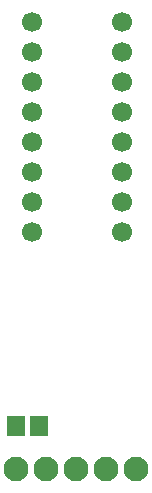
<source format=gbr>
G04 DipTrace 3.0.0.1*
G04 BottomMask.gbr*
%MOIN*%
G04 #@! TF.FileFunction,Soldermask,Bot*
G04 #@! TF.Part,Single*
%ADD30C,0.082677*%
%ADD31C,0.066929*%
%ADD34R,0.059055X0.066929*%
%FSLAX26Y26*%
G04*
G70*
G90*
G75*
G01*
G04 BotMask*
%LPD*%
D31*
X509580Y2027691D3*
Y1927691D3*
Y1827691D3*
Y1727691D3*
Y1627691D3*
Y1527691D3*
Y1427691D3*
Y1327691D3*
X809580D3*
Y1427691D3*
Y1527691D3*
Y1627691D3*
Y1727691D3*
Y1827691D3*
Y1927691D3*
Y2027691D3*
D34*
X458662Y678740D3*
X533465D3*
D30*
X458005Y537271D3*
X558005D3*
X658005D3*
X758005D3*
X858005D3*
M02*

</source>
